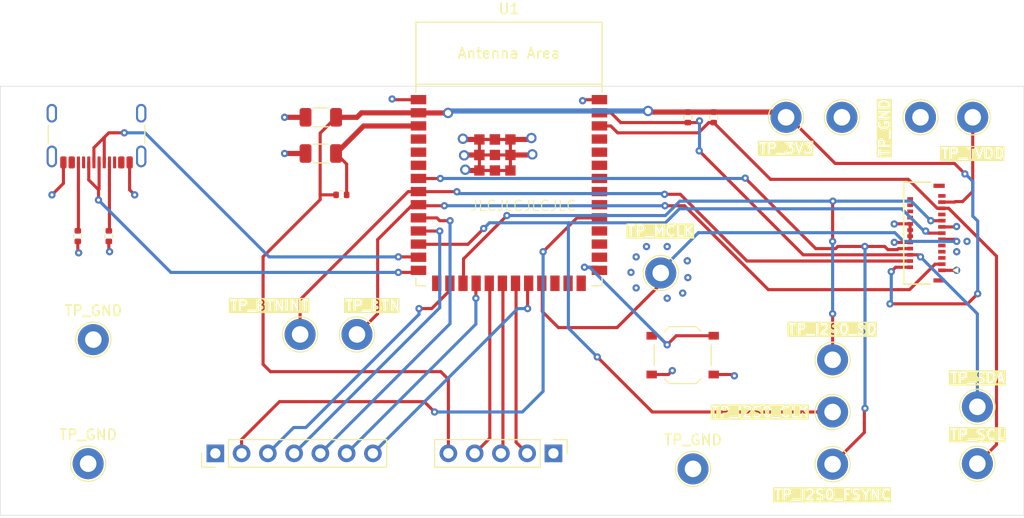
<source format=kicad_pcb>
(kicad_pcb (version 20240108) (generator "pcbnew") (generator_version "8.0")
  (layers (0 "F.Cu" signal) (1 "In1.Cu" signal) (2 "In2.Cu" signal) (31 "B.Cu" signal) (34 "B.Paste" user) (35 "F.Paste" user) (36 "B.SilkS" user "B.Silkscreen") (37 "F.SilkS" user "F.Silkscreen") (38 "B.Mask" user) (39 "F.Mask" user) (44 "Edge.Cuts" user))
  (net 0 "")
  (net 1 "GND")
  (net 2 "USB-")
  (net 3 "/EN")
  (net 4 "GPIO17")
  (net 5 "GPIO18")
  (net 6 "+3V3")
  (net 7 "GPIO10")
  (net 8 "GPIO14")
  (net 9 "GPIO38")
  (net 10 "USB+")
  (net 11 "I2S1_CLK")
  (net 12 "I2S1_SD")
  (net 13 "I2S0_SD")
  (net 14 "I2S1_FSYNC")
  (net 15 "I2C_SDL")
  (net 16 "I2C_SDA")
  (net 17 "I2S0_CLK")
  (net 18 "I2S0_FSYNC")
  (net 19 "~{BUTTON_INT}")
  (net 20 "~{SPECIAL_BUTTON}")
  (net 21 "MCLK")
  (net 22 "AK_TVDD")
  (net 44 "Net-(J3-CC1)")
  (net 45 "Net-(J3-CC2)")
  (net 47 "PIN9")
  (net 48 "PIN19")
  (net 49 "PIN22")
  (net 50 "PIN18")
  (net 51 "PIN20")
  (net 52 "PIN25")
  (net 53 "PIN24")
  (net 54 "PIN5")
  (net 56 "PIN7")
  (net 61 "/BOOT")
  (net 62 "GPIO46")
  (footprint "Resistor_SMD:R_0402_1005Metric" (layer "F.Cu") (at 110.622755 58.658749 -90)
    (property "Reference" "R2" (hide yes))
    (property "Value" "5k1")
  )
  (footprint "TestPoint:TestPoint_Loop_D2.60mm_Drill1.6mm_Beaded" (layer "F.Cu") (at 197.622755 80.668749)
    (property "Reference" "TP6" (hide yes))
    (property "Value" "TP_SCL")
  )
  (footprint "Connector_PinHeader_2.54mm:PinHeader_1x05_P2.54mm_Vertical" (layer "F.Cu") (at 156.622755 79.668749 -90)
    (property "Reference" "J1" (hide yes))
    (property "Value" "I2S1")
  )
  (footprint "TestPoint:TestPoint_Loop_D2.60mm_Drill1.6mm_Beaded" (layer "F.Cu") (at 184.522755 47.168749 90)
    (property "Reference" "TP19" (hide yes))
    (property "Value" "TP_GND")
  )
  (footprint "TestPoint:TestPoint_Loop_D2.60mm_Drill1.6mm_Beaded" (layer "F.Cu") (at 167.001668 62.222188)
    (property "Reference" "TP8" (hide yes))
    (property "Value" "TP_MCLK")
  )
  (footprint "TestPoint:TestPoint_Loop_D2.60mm_Drill1.6mm_Beaded" (layer "F.Cu") (at 137.622755 68.168749)
    (property "Reference" "TP3" (hide yes))
    (property "Value" "TP_BTN")
  )
  (footprint "TestPoint:TestPoint_Loop_D2.60mm_Drill1.6mm_Beaded" (layer "F.Cu") (at 197.172755 47.168749 90)
    (property "Reference" "TP21" (hide yes))
    (property "Value" "TP_TVDD")
  )
  (footprint "TestPoint:TestPoint_Loop_D2.60mm_Drill1.6mm_Beaded" (layer "F.Cu") (at 197.622755 75.168749)
    (property "Reference" "TP4" (hide yes))
    (property "Value" "TP_SDA")
  )
  (footprint "TestPoint:TestPoint_Loop_D2.60mm_Drill1.6mm_Beaded" (layer "F.Cu") (at 111.622755 80.668749)
    (property "Reference" "TP12" (hide yes))
    (property "Value" "TP_GND")
  )
  (footprint "Capacitor_SMD:C_1206_3216Metric" (layer "F.Cu") (at 134.122755 50.668749)
    (property "Reference" "C1" (hide yes))
    (property "Value" "10u 50V")
  )
  (footprint "TestPoint:TestPoint_Loop_D2.60mm_Drill1.6mm_Beaded" (layer "F.Cu") (at 183.622755 80.718749)
    (property "Reference" "TP18" (hide yes))
    (property "Value" "TP_I2S0_FSYNC")
  )
  (footprint "Button_Switch_SMD:SW_Push_1P1T_XKB_TS-1187A" (layer "F.Cu") (at 169.122755 70.168749)
    (property "Reference" "SW1" (hide yes))
    (property "Value" "PROG")
  )
  (footprint "TestPoint:TestPoint_Loop_D2.60mm_Drill1.6mm_Beaded" (layer "F.Cu") (at 170.122755 81.168749)
    (property "Reference" "TP15" (hide yes))
    (property "Value" "TP_GND")
  )
  (footprint "Resistor_SMD:R_0402_1005Metric" (layer "F.Cu") (at 136.112755 54.668749)
    (property "Reference" "R1" (hide yes))
    (property "Value" "10k")
  )
  (footprint "Connector_PinHeader_2.54mm:PinHeader_1x07_P2.54mm_Vertical" (layer "F.Cu") (at 123.922755 79.668749 90)
    (property "Reference" "J2" (hide yes))
    (property "Value" "Conn_01x07_Pin")
  )
  (footprint "TestPoint:TestPoint_Loop_D2.60mm_Drill1.6mm_Beaded" (layer "F.Cu") (at 112.122755 68.668749)
    (property "Reference" "TP16" (hide yes))
    (property "Value" "TP_GND")
  )
  (footprint "!esphome-dot:CONN_502598-2593_MOLEX" (layer "F.Cu") (at 192.527756 58.368751 90)
    (property "Reference" "J4" (hide yes))
    (property "Value" "Input")
  )
  (footprint "Resistor_SMD:R_0402_1005Metric" (layer "F.Cu") (at 172.122755 47.168749 -90)
    (property "Reference" "R5" (hide yes))
    (property "Value" "5k1")
  )
  (footprint "Resistor_SMD:R_0402_1005Metric" (layer "F.Cu") (at 113.622755 58.658749 -90)
    (property "Reference" "R3" (hide yes))
    (property "Value" "5k1")
  )
  (footprint "Resistor_SMD:R_0402_1005Metric" (layer "F.Cu") (at 169.622755 47.168749 -90)
    (property "Reference" "R4" (hide yes))
    (property "Value" "5k1")
  )
  (footprint "Connector_USB:USB_C_Receptacle_GCT_USB4105-xx-A_16P_TopMnt_Horizontal" (layer "F.Cu") (at 112.431578 47.848219 180)
    (property "Reference" "J3" (hide yes))
    (property "Value" "USBC")
  )
  (footprint "TestPoint:TestPoint_Loop_D2.60mm_Drill1.6mm_Beaded" (layer "F.Cu") (at 179.122755 47.168749)
    (property "Reference" "TP1" (hide yes))
    (property "Value" "TP_3V3")
  )
  (footprint "TestPoint:TestPoint_Loop_D2.60mm_Drill1.6mm_Beaded" (layer "F.Cu") (at 192.122755 47.168749 90)
    (property "Reference" "TP20" (hide yes))
    (property "Value" "TP_GND")
  )
  (footprint "TestPoint:TestPoint_Loop_D2.60mm_Drill1.6mm_Beaded" (layer "F.Cu") (at 183.622755 75.668749)
    (property "Reference" "TP13" (hide yes))
    (property "Value" "TP_I2S0_CLK")
  )
  (footprint "TestPoint:TestPoint_Loop_D2.60mm_Drill1.6mm_Beaded" (layer "F.Cu") (at 183.622755 70.618749)
    (property "Reference" "TP9" (hide yes))
    (property "Value" "TP_I2S0_SD")
  )
  (footprint "TestPoint:TestPoint_Loop_D2.60mm_Drill1.6mm_Beaded" (layer "F.Cu") (at 132.122755 68.168749)
    (property "Reference" "TP2" (hide yes))
    (property "Value" "TP_BTNINT")
  )
  (footprint "Capacitor_SMD:C_1206_3216Metric" (layer "F.Cu") (at 134.122755 47.168749)
    (property "Reference" "C2" (hide yes))
    (property "Value" "10u 50V")
  )
  (footprint "Espressif:ESP32-S3-WROOM-2" (layer "F.Cu") (at 152.321718 53.721568)
    (property "Reference" "U1")
    (property "Value" "ESP32-S3-WROOM-2")
  )
  (gr_rect (start 103.122755 44.168749) (end 202.122755 85.668749) (stroke (width 0.05)) (fill none) (layer "Edge.Cuts"))
  (gr_text "JLCJLCJLCJLC" (at 148.503278 56.309639 0) (layer "F.SilkS") (effects (font (size 1 1) (thickness 0.1)) (justify left bottom)))
  (segment (start 191.122755 57.46875) (end 189.600988 57.46875) (width 0.3) (layer "F.Cu") (net 1))
  (segment (start 149.461718 52.311568) (end 148.173211 52.311568) (width 0.5) (layer "F.Cu") (net 1))
  (segment (start 189.59561 59.268752) (end 189.591735 59.264877) (width 0.3) (layer "F.Cu") (net 1))
  (segment (start 152.461718 49.311568) (end 154.352476 49.311568) (width 0.5) (layer "F.Cu") (net 1))
  (segment (start 132.647755 47.168749) (end 130.622755 47.168749) (width 0.5) (layer "F.Cu") (net 1))
  (segment (start 172.122755 72.043749) (end 173.997755 72.043749) (width 0.3) (layer "F.Cu") (net 1))
  (segment (start 152.461718 50.811568) (end 154.524944 50.811568) (width 0.5) (layer "F.Cu") (net 1))
  (segment (start 194.187755 61.968749) (end 195.611186 61.968749) (width 0.3) (layer "F.Cu") (net 1))
  (segment (start 148.018355 50.811568) (end 147.98335 50.846573) (width 0.5) (layer "F.Cu") (net 1))
  (segment (start 148.173211 52.311568) (end 148.097902 52.236259) (width 0.5) (layer "F.Cu") (net 1))
  (segment (start 149.461718 50.811568) (end 148.018355 50.811568) (width 0.5) (layer "F.Cu") (net 1))
  (segment (start 110.622755 60.194373) (end 110.702592 60.27421) (width 0.3) (layer "F.Cu") (net 1))
  (segment (start 132.647755 50.668749) (end 130.622755 50.668749) (width 0.5) (layer "F.Cu") (net 1))
  (segment (start 115.631578 54.177572) (end 115.631578 51.528219) (width 0.3) (layer "F.Cu") (net 1))
  (segment (start 149.461718 49.311568) (end 152.461718 49.311568) (width 0.3) (layer "F.Cu") (net 1))
  (segment (start 116.122755 54.668749) (end 115.631578 54.177572) (width 0.3) (layer "F.Cu") (net 1))
  (segment (start 109.231578 53.559926) (end 109.231578 51.528219) (width 0.3) (layer "F.Cu") (net 1))
  (segment (start 167.747755 72.043749) (end 168.122755 71.668749) (width 0.3) (layer "F.Cu") (net 1))
  (segment (start 195.576151 57.768752) (end 195.613642 57.731261) (width 0.3) (layer "F.Cu") (net 1))
  (segment (start 113.622755 59.168749) (end 113.622755 60.091965) (width 0.3) (layer "F.Cu") (net 1))
  (segment (start 159.539567 45.468749) (end 159.444821 45.563495) (width 0.3) (layer "F.Cu") (net 1))
  (segment (start 110.622755 59.168749) (end 110.622755 60.194373) (width 0.3) (layer "F.Cu") (net 1))
  (segment (start 147.937529 49.311568) (end 147.868797 49.242836) (width 0.5) (layer "F.Cu") (net 1))
  (segment (start 152.461718 50.811568) (end 149.461718 50.811568) (width 0.3) (layer "F.Cu") (net 1))
  (segment (start 166.122755 72.043749) (end 167.747755 72.043749) (width 0.3) (layer "F.Cu") (net 1))
  (segment (start 108.122755 54.668749) (end 109.231578 53.559926) (width 0.3) (layer "F.Cu") (net 1))
  (segment (start 154.352476 49.311568) (end 154.489939 49.174105) (width 0.5) (layer "F.Cu") (net 1))
  (segment (start 152.461718 49.311568) (end 152.461718 52.311568) (width 0.3) (layer "F.Cu") (net 1))
  (segment (start 161.122755 45.468749) (end 159.539567 45.468749) (width 0.3) (layer "F.Cu") (net 1))
  (segment (start 149.461718 49.311568) (end 149.461718 52.311568) (width 0.3) (layer "F.Cu") (net 1))
  (segment (start 191.122755 59.268752) (end 189.59561 59.268752) (width 0.3) (layer "F.Cu") (net 1))
  (segment (start 154.524944 50.811568) (end 154.581581 50.754931) (width 0.5) (layer "F.Cu") (net 1))
  (segment (start 194.187755 57.768752) (end 195.576151 57.768752) (width 0.3) (layer "F.Cu") (net 1))
  (segment (start 113.622755 60.091965) (end 113.6942 60.16341) (width 0.3) (layer "F.Cu") (net 1))
  (segment (start 149.461718 52.311568) (end 152.461718 52.311568) (width 0.3) (layer "F.Cu") (net 1))
  (segment (start 191.122755 59.268752) (end 191.122755 57.46875) (width 0.3) (layer "F.Cu") (net 1))
  (segment (start 195.611186 61.968749) (end 195.613642 61.966293) (width 0.3) (layer "F.Cu") (net 1))
  (segment (start 173.997755 72.043749) (end 174.122755 72.168749) (width 0.3) (layer "F.Cu") (net 1))
  (segment (start 189.600988 57.46875) (end 189.5847 57.485038) (width 0.3) (layer "F.Cu") (net 1))
  (segment (start 141.091773 45.468749) (end 141.020318 45.397294) (width 0.3) (layer "F.Cu") (net 1))
  (segment (start 149.461718 49.311568) (end 147.937529 49.311568) (width 0.5) (layer "F.Cu") (net 1))
  (segment (start 143.622755 45.468749) (end 141.091773 45.468749) (width 0.3) (layer "F.Cu") (net 1))
  (via (at 110.702592 60.27421) (size 0.7) (drill 0.3) (layers "F.Cu" "B.Cu") (net 1))
  (via (at 164.122755 62.168749) (size 0.7) (drill 0.3) (layers "F.Cu" "B.Cu") (net 1))
  (via (at 159.444821 45.563495) (size 0.7) (drill 0.3) (layers "F.Cu" "B.Cu") (net 1))
  (via (at 169.569195 61.047832) (size 0.7) (drill 0.3) (layers "F.Cu" "B.Cu") (net 1))
  (via (at 154.489939 49.174105) (size 1) (drill 0.6) (layers "F.Cu" "B.Cu") (net 1))
  (via (at 108.122755 54.668749) (size 0.7) (drill 0.3) (layers "F.Cu" "B.Cu") (net 1))
  (via (at 168.122755 71.668749) (size 0.7) (drill 0.3) (layers "F.Cu" "B.Cu") (net 1))
  (via (at 130.622755 47.168749) (size 0.7) (drill 0.3) (layers "F.Cu" "B.Cu") (net 1))
  (via (at 189.591735 59.264877) (size 0.7) (drill 0.3) (layers "F.Cu" "B.Cu") (net 1))
  (via (at 164.622755 60.668749) (size 0.7) (drill 0.3) (layers "F.Cu" "B.Cu") (net 1))
  (via (at 130.622755 50.668749) (size 0.7) (drill 0.3) (layers "F.Cu" "B.Cu") (net 1))
  (via (at 164.622755 63.668749) (size 0.7) (drill 0.3) (layers "F.Cu" "B.Cu") (net 1))
  (via (at 174.122755 72.168749) (size 0.7) (drill 0.3) (layers "F.Cu" "B.Cu") (net 1))
  (via (at 167.622755 59.668749) (size 0.7) (drill 0.3) (layers "F.Cu" "B.Cu") (net 1))
  (via (at 116.122755 54.668749) (size 0.7) (drill 0.3) (layers "F.Cu" "B.Cu") (net 1))
  (via (at 154.581581 50.754931) (size 1) (drill 0.6) (layers "F.Cu" "B.Cu") (net 1))
  (via (at 195.613642 61.966293) (size 0.7) (drill 0.3) (layers "F.Cu" "B.Cu") (net 1))
  (via (at 165.622755 59.668749) (size 0.7) (drill 0.3) (layers "F.Cu" "B.Cu") (net 1))
  (via (at 141.020318 45.397294) (size 0.7) (drill 0.3) (layers "F.Cu" "B.Cu") (net 1))
  (via (at 113.6942 60.16341) (size 0.7) (drill 0.3) (layers "F.Cu" "B.Cu") (net 1))
  (via (at 195.622755 60.168749) (size 0.7) (drill 0.3) (layers "F.Cu" "B.Cu") (net 1))
  (via (at 169.622755 62.668749) (size 0.7) (drill 0.3) (layers "F.Cu" "B.Cu") (net 1))
  (via (at 147.98335 50.846573) (size 1) (drill 0.6) (layers "F.Cu" "B.Cu") (net 1))
  (via (at 195.613642 57.731261) (size 0.7) (drill 0.3) (layers "F.Cu" "B.Cu") (net 1))
  (via (at 189.5847 57.485038) (size 0.7) (drill 0.3) (layers "F.Cu" "B.Cu") (net 1))
  (via (at 147.868797 49.242836) (size 1) (drill 0.6) (layers "F.Cu" "B.Cu") (net 1))
  (via (at 196.622755 59.168749) (size 0.7) (drill 0.3) (layers "F.Cu" "B.Cu") (net 1))
  (via (at 148.097902 52.236259) (size 1) (drill 0.6) (layers "F.Cu" "B.Cu") (net 1))
  (via (at 169.122755 64.168749) (size 0.7) (drill 0.3) (layers "F.Cu" "B.Cu") (net 1))
  (via (at 167.622755 64.668749) (size 0.7) (drill 0.3) (layers "F.Cu" "B.Cu") (net 1))
  (segment (start 113.181578 51.528219) (end 113.181578 49.227572) (width 0.3) (layer "F.Cu") (net 2))
  (segment (start 141.622755 60.668749) (end 143.582755 60.668749) (width 0.3) (layer "F.Cu") (net 2))
  (segment (start 113.181578 49.227572) (end 113.122755 49.168749) (width 0.3) (layer "F.Cu") (net 2))
  (segment (start 113.622755 48.668749) (end 114.122755 48.668749) (width 0.3) (layer "F.Cu") (net 2))
  (segment (start 112.181578 50.109926) (end 113.122755 49.168749) (width 0.3) (layer "F.Cu") (net 2))
  (segment (start 112.181578 51.528219) (end 112.181578 50.109926) (width 0.3) (layer "F.Cu") (net 2))
  (segment (start 143.582755 60.668749) (end 143.622755 60.708749) (width 0.3) (layer "F.Cu") (net 2))
  (segment (start 113.122755 49.168749) (end 113.622755 48.668749) (width 0.3) (layer "F.Cu") (net 2))
  (segment (start 114.122755 48.668749) (end 115.122755 48.668749) (width 0.3) (layer "F.Cu") (net 2))
  (via (at 141.622755 60.668749) (size 0.7) (drill 0.3) (layers "F.Cu" "B.Cu") (net 2))
  (via (at 115.122755 48.668749) (size 0.7) (drill 0.3) (layers "F.Cu" "B.Cu") (net 2))
  (segment (start 129.122755 60.668749) (end 141.622755 60.668749) (width 0.3) (layer "B.Cu") (net 2))
  (segment (start 115.122755 48.668749) (end 117.122755 48.668749) (width 0.3) (layer "B.Cu") (net 2))
  (segment (start 117.122755 48.668749) (end 129.122755 60.668749) (width 0.3) (layer "B.Cu") (net 2))
  (segment (start 138.257755 48.008749) (end 143.622755 48.008749) (width 0.5) (layer "F.Cu") (net 3))
  (segment (start 136.622755 54.668749) (end 136.622755 51.693749) (width 0.3) (layer "F.Cu") (net 3))
  (segment (start 135.597755 50.668749) (end 138.257755 48.008749) (width 0.5) (layer "F.Cu") (net 3))
  (segment (start 136.622755 51.693749) (end 135.597755 50.668749) (width 0.3) (layer "F.Cu") (net 3))
  (segment (start 146.622755 57.168749) (end 145.622755 57.168749) (width 0.3) (layer "F.Cu") (net 4))
  (segment (start 145.352755 56.898749) (end 143.622755 56.898749) (width 0.3) (layer "F.Cu") (net 4))
  (segment (start 145.622755 57.168749) (end 145.352755 56.898749) (width 0.3) (layer "F.Cu") (net 4))
  (via (at 146.622755 57.168749) (size 0.7) (drill 0.3) (layers "F.Cu" "B.Cu") (net 4))
  (segment (start 134.082755 79.668749) (end 146.622755 67.128749) (width 0.3) (layer "B.Cu") (net 4))
  (segment (start 146.622755 67.128749) (end 146.622755 57.168749) (width 0.3) (layer "B.Cu") (net 4))
  (segment (start 145.622755 58.168749) (end 143.622755 58.168749) (width 0.3) (layer "F.Cu") (net 5))
  (via (at 145.622755 58.168749) (size 0.7) (drill 0.3) (layers "F.Cu" "B.Cu") (net 5))
  (segment (start 145.622755 65.588749) (end 145.622755 58.168749) (width 0.3) (layer "B.Cu") (net 5))
  (segment (start 131.542755 79.668749) (end 145.622755 65.588749) (width 0.3) (layer "B.Cu") (net 5))
  (segment (start 179.122755 47.423749) (end 178.612755 46.913749) (width 0.5) (layer "F.Cu") (net 6))
  (segment (start 137.622755 47.168749) (end 135.597755 47.168749) (width 0.5) (layer "F.Cu") (net 6))
  (segment (start 189.721357 61.668749) (end 189.297583 62.092523) (width 0.3) (layer "F.Cu") (net 6))
  (segment (start 196.420458 52.642843) (end 195.407426 51.629811) (width 0.3) (layer "F.Cu") (net 6))
  (segment (start 145.721764 71.767758) (end 129.253722 71.767758) (width 0.3) (layer "F.Cu") (net 6))
  (segment (start 195.407426 51.629811) (end 183.868369 51.629811) (width 0.3) (layer "F.Cu") (net 6))
  (segment (start 178.612755 46.658749) (end 172.122755 46.658749) (width 0.5) (layer "F.Cu") (net 6))
  (segment (start 169.622755 46.658749) (end 165.876247 46.658749) (width 0.5) (layer "F.Cu") (net 6))
  (segment (start 196.673716 65.21076) (end 197.65509 64.229386) (width 0.3) (layer "F.Cu") (net 6))
  (segment (start 143.622755 46.738749) (end 138.052755 46.738749) (width 0.5) (layer "F.Cu") (net 6))
  (segment (start 135.602755 54.668749) (end 134.061663 54.668749) (width 0.3) (layer "F.Cu") (net 6))
  (segment (start 129.253722 71.767758) (end 128.541434 71.05547) (width 0.3) (layer "F.Cu") (net 6))
  (segment (start 172.122755 46.658749) (end 169.622755 46.658749) (width 0.5) (layer "F.Cu") (net 6))
  (segment (start 138.052755 46.738749) (end 137.622755 47.168749) (width 0.5) (layer "F.Cu") (net 6))
  (segment (start 189.170954 65.21076) (end 196.673716 65.21076) (width 0.3) (layer "F.Cu") (net 6))
  (segment (start 146.462755 79.668749) (end 146.462755 72.508749) (width 0.3) (layer "F.Cu") (net 6))
  (segment (start 183.868369 51.629811) (end 179.407307 47.168749) (width 0.3) (layer "F.Cu") (net 6))
  (segment (start 128.541434 71.05547) (end 128.541434 60.656073) (width 0.3) (layer "F.Cu") (net 6))
  (segment (start 143.630056 46.74605) (end 143.622755 46.738749) (width 0.5) (layer "F.Cu") (net 6))
  (segment (start 146.431042 46.74605) (end 143.630056 46.74605) (width 0.5) (layer "F.Cu") (net 6))
  (segment (start 191.122755 61.668749) (end 189.721357 61.668749) (width 0.3) (layer "F.Cu") (net 6))
  (segment (start 134.061663 55.135844) (end 134.061663 54.668749) (width 0.3) (layer "F.Cu") (net 6))
  (segment (start 179.407307 47.168749) (end 179.122755 47.168749) (width 0.3) (layer "F.Cu") (net 6))
  (segment (start 146.462755 72.508749) (end 145.721764 71.767758) (width 0.3) (layer "F.Cu") (net 6))
  (segment (start 128.541434 60.656073) (end 134.061663 55.135844) (width 0.3) (layer "F.Cu") (net 6))
  (segment (start 134.061663 48.704841) (end 135.597755 47.168749) (width 0.3) (layer "F.Cu") (net 6))
  (segment (start 165.876247 46.658749) (end 165.773605 46.556107) (width 0.5) (layer "F.Cu") (net 6))
  (segment (start 134.061663 54.668749) (end 134.061663 48.704841) (width 0.3) (layer "F.Cu") (net 6))
  (via (at 197.65509 64.229386) (size 0.7) (drill 0.3) (layers "F.Cu" "B.Cu") (net 6))
  (via (at 146.431042 46.74605) (size 1) (drill 0.6) (layers "F.Cu" "B.Cu") (net 6))
  (via (at 196.420458 52.642843) (size 0.7) (drill 0.3) (layers "F.Cu" "B.Cu") (net 6))
  (via (at 189.297583 62.092523) (size 0.7) (drill 0.3) (layers "F.Cu" "B.Cu") (net 6))
  (via (at 165.773605 46.556107) (size 1) (drill 0.6) (layers "F.Cu" "B.Cu") (net 6))
  (via (at 189.170954 65.21076) (size 0.7) (drill 0.3) (layers "F.Cu" "B.Cu") (net 6))
  (segment (start 189.297583 62.092523) (end 189.297583 65.084131) (width 0.3) (layer "B.Cu") (net 6))
  (segment (start 197.180231 56.726225) (end 197.180231 53.35513) (width 0.3) (layer "B.Cu") (net 6))
  (segment (start 189.297583 65.084131) (end 189.170954 65.21076) (width 0.3) (layer "B.Cu") (net 6))
  (segment (start 197.65509 57.201084) (end 197.180231 56.726225) (width 0.3) (layer "B.Cu") (net 6))
  (segment (start 196.467944 52.642843) (end 196.420458 52.642843) (width 0.3) (layer "B.Cu") (net 6))
  (segment (start 165.773605 46.556107) (end 146.620985 46.556107) (width 0.5) (layer "B.Cu") (net 6))
  (segment (start 146.620985 46.556107) (end 146.431042 46.74605) (width 0.5) (layer "B.Cu") (net 6))
  (segment (start 197.180231 53.35513) (end 196.467944 52.642843) (width 0.3) (layer "B.Cu") (net 6))
  (segment (start 197.65509 64.229386) (end 197.65509 57.201084) (width 0.3) (layer "B.Cu") (net 6))
  (segment (start 149.122755 63.303749) (end 149.197755 63.228749) (width 0.3) (layer "F.Cu") (net 7))
  (segment (start 149.122755 64.668749) (end 149.122755 63.303749) (width 0.3) (layer "F.Cu") (net 7))
  (via (at 149.122755 64.668749) (size 0.7) (drill 0.3) (layers "F.Cu" "B.Cu") (net 7))
  (segment (start 149.122755 67.168749) (end 149.122755 64.668749) (width 0.3) (layer "B.Cu") (net 7))
  (segment (start 136.622755 79.668749) (end 149.122755 67.168749) (width 0.3) (layer "B.Cu") (net 7))
  (segment (start 154.122755 63.383749) (end 154.277755 63.228749) (width 0.3) (layer "F.Cu") (net 8))
  (segment (start 154.122755 65.668749) (end 154.122755 63.383749) (width 0.3) (layer "F.Cu") (net 8))
  (via (at 154.122755 65.668749) (size 0.7) (drill 0.3) (layers "F.Cu" "B.Cu") (net 8))
  (segment (start 139.162755 79.668749) (end 153.162755 65.668749) (width 0.3) (layer "B.Cu") (net 8))
  (segment (start 153.162755 65.668749) (end 154.122755 65.668749) (width 0.3) (layer "B.Cu") (net 8))
  (segment (start 155.622755 60.168749) (end 158.892755 56.898749) (width 0.3) (layer "F.Cu") (net 9))
  (segment (start 126.462755 78.328749) (end 130.122755 74.668749) (width 0.3) (layer "F.Cu") (net 9))
  (segment (start 158.892755 56.898749) (end 161.122755 56.898749) (width 0.3) (layer "F.Cu") (net 9))
  (segment (start 126.462755 79.668749) (end 126.462755 78.328749) (width 0.3) (layer "F.Cu") (net 9))
  (segment (start 144.122755 74.668749) (end 145.122755 75.668749) (width 0.3) (layer "F.Cu") (net 9))
  (segment (start 130.122755 74.668749) (end 144.122755 74.668749) (width 0.3) (layer "F.Cu") (net 9))
  (via (at 155.622755 60.168749) (size 0.7) (drill 0.3) (layers "F.Cu" "B.Cu") (net 9))
  (via (at 145.122755 75.668749) (size 0.7) (drill 0.3) (layers "F.Cu" "B.Cu") (net 9))
  (segment (start 155.622755 73.668749) (end 155.622755 60.168749) (width 0.3) (layer "B.Cu") (net 9))
  (segment (start 154.122755 75.168749) (end 155.622755 73.668749) (width 0.3) (layer "B.Cu") (net 9))
  (segment (start 145.122755 75.668749) (end 153.622755 75.668749) (width 0.3) (layer "B.Cu") (net 9))
  (segment (start 153.622755 75.668749) (end 154.122755 75.168749) (width 0.3) (layer "B.Cu") (net 9))
  (segment (start 141.622755 62.168749) (end 143.432755 62.168749) (width 0.3) (layer "F.Cu") (net 10))
  (segment (start 112.622755 54.168749) (end 112.681578 54.109926) (width 0.3) (layer "F.Cu") (net 10))
  (segment (start 112.681578 54.109926) (end 112.681578 51.528219) (width 0.3) (layer "F.Cu") (net 10))
  (segment (start 112.622755 54.168749) (end 112.622755 55.168749) (width 0.3) (layer "F.Cu") (net 10))
  (segment (start 111.681578 51.528219) (end 111.681578 53.227572) (width 0.3) (layer "F.Cu") (net 10))
  (segment (start 111.681578 53.227572) (end 112.622755 54.168749) (width 0.3) (layer "F.Cu") (net 10))
  (segment (start 143.432755 62.168749) (end 143.622755 61.978749) (width 0.3) (layer "F.Cu") (net 10))
  (via (at 141.622755 62.168749) (size 0.7) (drill 0.3) (layers "F.Cu" "B.Cu") (net 10))
  (via (at 112.622755 55.168749) (size 0.7) (drill 0.3) (layers "F.Cu" "B.Cu") (net 10))
  (segment (start 119.622755 62.168749) (end 141.622755 62.168749) (width 0.3) (layer "B.Cu") (net 10))
  (segment (start 112.622755 55.168749) (end 119.622755 62.168749) (width 0.3) (layer "B.Cu") (net 10))
  (segment (start 151.737755 63.228749) (end 151.737755 79.473749) (width 0.3) (layer "F.Cu") (net 11))
  (segment (start 151.737755 79.473749) (end 151.542755 79.668749) (width 0.3) (layer "F.Cu") (net 11))
  (segment (start 150.467755 63.228749) (end 150.467755 78.203749) (width 0.3) (layer "F.Cu") (net 12))
  (segment (start 150.467755 78.203749) (end 149.002755 79.668749) (width 0.3) (layer "F.Cu") (net 12))
  (segment (start 183.622755 59.168749) (end 183.622755 55.302324) (width 0.3) (layer "F.Cu") (net 13))
  (segment (start 152.122755 56.668749) (end 147.927755 60.863749) (width 0.3) (layer "F.Cu") (net 13))
  (segment (start 183.622755 55.302324) (end 183.64677 55.278309) (width 0.3) (layer "F.Cu") (net 13))
  (segment (start 193.122757 57.168751) (end 194.187755 57.168751) (width 0.3) (layer "F.Cu") (net 13))
  (segment (start 147.927755 60.863749) (end 147.927755 63.228749) (width 0.3) (layer "F.Cu") (net 13))
  (segment (start 183.622755 70.618749) (end 183.622755 66.168749) (width 0.3) (layer "F.Cu") (net 13))
  (via (at 183.64677 55.278309) (size 0.7) (drill 0.3) (layers "F.Cu" "B.Cu") (net 13))
  (via (at 183.622755 59.168749) (size 0.7) (drill 0.3) (layers "F.Cu" "B.Cu") (net 13))
  (via (at 152.122755 56.668749) (size 0.7) (drill 0.3) (layers "F.Cu" "B.Cu") (net 13))
  (via (at 183.622755 66.168749) (size 0.7) (drill 0.3) (layers "F.Cu" "B.Cu") (net 13))
  (via (at 193.122757 57.168751) (size 0.7) (drill 0.3) (layers "F.Cu" "B.Cu") (net 13))
  (segment (start 168.841744 55.278309) (end 191.232315 55.278309) (width 0.3) (layer "B.Cu") (net 13))
  (segment (start 152.122755 56.668749) (end 167.451304 56.668749) (width 0.3) (layer "B.Cu") (net 13))
  (segment (start 167.451304 56.668749) (end 168.841744 55.278309) (width 0.3) (layer "B.Cu") (net 13))
  (segment (start 183.622755 66.168749) (end 183.622755 59.168749) (width 0.3) (layer "B.Cu") (net 13))
  (segment (start 191.232315 55.278309) (end 193.122757 57.168751) (width 0.3) (layer "B.Cu") (net 13))
  (segment (start 153.007755 78.593749) (end 154.082755 79.668749) (width 0.3) (layer "F.Cu") (net 14))
  (segment (start 153.007755 63.228749) (end 153.007755 78.593749) (width 0.3) (layer "F.Cu") (net 14))
  (segment (start 199.472755 78.818749) (end 197.622755 80.668749) (width 0.3) (layer "F.Cu") (net 15))
  (segment (start 162.832755 48.668749) (end 162.172755 48.008749) (width 0.3) (layer "F.Cu") (net 15))
  (segment (start 190.943364 53.168749) (end 193.743366 55.968751) (width 0.3) (layer "F.Cu") (net 15))
  (segment (start 162.172755 48.008749) (end 161.122755 48.008749) (width 0.3) (layer "F.Cu") (net 15))
  (segment (start 193.743366 55.968751) (end 194.187755 55.968751) (width 0.3) (layer "F.Cu") (net 15))
  (segment (start 170.657202 48.668749) (end 162.832755 48.668749) (width 0.3) (layer "F.Cu") (net 15))
  (segment (start 194.187755 55.968751) (end 194.843355 55.968751) (width 0.3) (layer "F.Cu") (net 15))
  (segment (start 172.122755 47.678749) (end 177.612755 53.168749) (width 0.3) (layer "F.Cu") (net 15))
  (segment (start 194.843355 55.968751) (end 199.472755 60.598151) (width 0.3) (layer "F.Cu") (net 15))
  (segment (start 177.612755 53.168749) (end 190.943364 53.168749) (width 0.3) (layer "F.Cu") (net 15))
  (segment (start 171.647202 47.678749) (end 170.657202 48.668749) (width 0.3) (layer "F.Cu") (net 15))
  (segment (start 172.122755 47.678749) (end 171.647202 47.678749) (width 0.3) (layer "F.Cu") (net 15))
  (segment (start 199.472755 60.598151) (end 199.472755 78.818749) (width 0.3) (layer "F.Cu") (net 15))
  (segment (start 170.586685 47.678749) (end 170.75038 47.515054) (width 0.3) (layer "F.Cu") (net 16))
  (segment (start 191.922755 60.468749) (end 191.122755 60.468749) (width 0.3) (layer "F.Cu") (net 16))
  (segment (start 169.622755 47.678749) (end 163.132755 47.678749) (width 0.3) (layer "F.Cu") (net 16))
  (segment (start 169.622755 47.678749) (end 170.586685 47.678749) (width 0.3) (layer "F.Cu") (net 16))
  (segment (start 163.132755 47.678749) (end 162.192755 46.738749) (width 0.3) (layer "F.Cu") (net 16))
  (segment (start 192.122755 60.668749) (end 191.922755 60.468749) (width 0.3) (layer "F.Cu") (net 16))
  (segment (start 170.718723 50.411689) (end 180.775783 60.468749) (width 0.3) (layer "F.Cu") (net 16))
  (segment (start 162.192755 46.738749) (end 161.122755 46.738749) (width 0.3) (layer "F.Cu") (net 16))
  (segment (start 180.775783 60.468749) (end 191.122755 60.468749) (width 0.3) (layer "F.Cu") (net 16))
  (via (at 170.75038 47.515054) (size 0.7) (drill 0.3) (layers "F.Cu" "B.Cu") (net 16))
  (via (at 170.718723 50.411689) (size 0.7) (drill 0.3) (layers "F.Cu" "B.Cu") (net 16))
  (via (at 192.122755 60.668749) (size 0.7) (drill 0.3) (layers "F.Cu" "B.Cu") (net 16))
  (segment (start 170.75038 47.515054) (end 170.75038 50.380032) (width 0.3) (layer "B.Cu") (net 16))
  (segment (start 197.622755 75.168749) (end 197.622755 66.168749) (width 0.3) (layer "B.Cu") (net 16))
  (segment (start 170.75038 50.380032) (end 170.718723 50.411689) (width 0.3) (layer "B.Cu") (net 16))
  (segment (start 197.622755 66.168749) (end 192.122755 60.668749) (width 0.3) (layer "B.Cu") (net 16))
  (segment (start 166.187045 75.668749) (end 183.622755 75.668749) (width 0.3) (layer "F.Cu") (net 17))
  (segment (start 160.864448 70.346152) (end 166.187045 75.668749) (width 0.3) (layer "F.Cu") (net 17))
  (segment (start 143.635791 59.451785) (end 143.622755 59.438749) (width 0.3) (layer "F.Cu") (net 17))
  (segment (start 194.187755 58.368751) (end 192.822757 58.368751) (width 0.3) (layer "F.Cu") (net 17))
  (segment (start 149.87778 57.923774) (end 148.349769 59.451785) (width 0.3) (layer "F.Cu") (net 17))
  (segment (start 192.822757 58.368751) (end 192.622755 58.168749) (width 0.3) (layer "F.Cu") (net 17))
  (segment (start 148.349769 59.451785) (end 143.635791 59.451785) (width 0.3) (layer "F.Cu") (net 17))
  (via (at 192.622755 58.168749) (size 0.7) (drill 0.3) (layers "F.Cu" "B.Cu") (net 17))
  (via (at 160.864448 70.346152) (size 0.7) (drill 0.3) (layers "F.Cu" "B.Cu") (net 17))
  (via (at 149.87778 57.923774) (size 0.7) (drill 0.3) (layers "F.Cu" "B.Cu") (net 17))
  (segment (start 192.46107 58.168749) (end 190.309299 56.016978) (width 0.3) (layer "B.Cu") (net 17))
  (segment (start 149.87778 57.923774) (end 150.432805 57.368749) (width 0.3) (layer "B.Cu") (net 17))
  (segment (start 150.432805 57.368749) (end 158.067732 57.368749) (width 0.3) (layer "B.Cu") (net 17))
  (segment (start 160.864448 70.346152) (end 158.067732 67.549436) (width 0.3) (layer "B.Cu") (net 17))
  (segment (start 158.067732 67.549436) (end 158.067732 57.368749) (width 0.3) (layer "B.Cu") (net 17))
  (segment (start 167.45841 57.368749) (end 158.067732 57.368749) (width 0.3) (layer "B.Cu") (net 17))
  (segment (start 192.622755 58.168749) (end 192.46107 58.168749) (width 0.3) (layer "B.Cu") (net 17))
  (segment (start 168.810181 56.016978) (end 167.45841 57.368749) (width 0.3) (layer "B.Cu") (net 17))
  (segment (start 190.309299 56.016978) (end 168.810181 56.016978) (width 0.3) (layer "B.Cu") (net 17))
  (segment (start 186.693936 77.647568) (end 186.693936 76.74921) (width 0.3) (layer "F.Cu") (net 18))
  (segment (start 183.622755 80.718749) (end 186.693936 77.647568) (width 0.3) (layer "F.Cu") (net 18))
  (segment (start 181.99042 59.868749) (end 183.912705 59.868749) (width 0.3) (layer "F.Cu") (net 18))
  (segment (start 143.622755 53.088749) (end 145.681123 53.088749) (width 0.3) (layer "F.Cu") (net 18))
  (segment (start 145.681123 53.088749) (end 145.683613 53.086259) (width 0.3) (layer "F.Cu") (net 18))
  (segment (start 189.977811 59.868751) (end 191.122755 59.868751) (width 0.3) (layer "F.Cu") (net 18))
  (segment (start 186.693936 75.376023) (end 186.75503 75.314929) (width 0.3) (layer "F.Cu") (net 18))
  (segment (start 184.122051 59.659403) (end 186.739756 59.659403) (width 0.3) (layer "F.Cu") (net 18))
  (segment (start 186.739756 59.659403) (end 188.66424 59.659403) (width 0.3) (layer "F.Cu") (net 18))
  (segment (start 188.66424 59.659403) (end 188.969714 59.964877) (width 0.3) (layer "F.Cu") (net 18))
  (segment (start 188.969714 59.964877) (end 189.881685 59.964877) (width 0.3) (layer "F.Cu") (net 18))
  (segment (start 186.693936 76.74921) (end 186.693936 75.376023) (width 0.3) (layer "F.Cu") (net 18))
  (segment (start 183.912705 59.868749) (end 184.122051 59.659403) (width 0.3) (layer "F.Cu") (net 18))
  (segment (start 175.172315 53.050644) (end 181.99042 59.868749) (width 0.3) (layer "F.Cu") (net 18))
  (segment (start 189.881685 59.964877) (end 189.977811 59.868751) (width 0.3) (layer "F.Cu") (net 18))
  (via (at 186.739756 59.659403) (size 0.7) (drill 0.3) (layers "F.Cu" "B.Cu") (net 18))
  (via (at 186.75503 75.314929) (size 0.7) (drill 0.3) (layers "F.Cu" "B.Cu") (net 18))
  (via (at 145.683613 53.086259) (size 0.7) (drill 0.3) (layers "F.Cu" "B.Cu") (net 18))
  (via (at 175.172315 53.050644) (size 0.7) (drill 0.3) (layers "F.Cu" "B.Cu") (net 18))
  (segment (start 175.1367 53.086259) (end 145.683613 53.086259) (width 0.3) (layer "B.Cu") (net 18))
  (segment (start 175.172315 53.050644) (end 175.1367 53.086259) (width 0.3) (layer "B.Cu") (net 18))
  (segment (start 186.75503 75.314929) (end 186.75503 59.674677) (width 0.3) (layer "B.Cu") (net 18))
  (segment (start 186.75503 59.674677) (end 186.739756 59.659403) (width 0.3) (layer "B.Cu") (net 18))
  (segment (start 132.122755 64.808749) (end 132.122755 68.168749) (width 0.3) (layer "F.Cu") (net 19))
  (segment (start 142.572755 54.358749) (end 132.122755 64.808749) (width 0.3) (layer "F.Cu") (net 19))
  (segment (start 168.895085 54.617677) (end 175.346159 61.068751) (width 0.3) (layer "F.Cu") (net 19))
  (segment (start 175.346159 61.068751) (end 191.122755 61.068751) (width 0.3) (layer "F.Cu") (net 19))
  (segment (start 143.622755 54.358749) (end 142.572755 54.358749) (width 0.3) (layer "F.Cu") (net 19))
  (segment (start 143.622755 54.358749) (end 147.276632 54.358749) (width 0.3) (layer "F.Cu") (net 19))
  (segment (start 147.276632 54.358749) (end 147.286259 54.368376) (width 0.3) (layer "F.Cu") (net 19))
  (segment (start 167.372767 54.617677) (end 168.895085 54.617677) (width 0.3) (layer "F.Cu") (net 19))
  (via (at 147.286259 54.368376) (size 0.7) (drill 0.3) (layers "F.Cu" "B.Cu") (net 19))
  (via (at 167.372767 54.617677) (size 0.7) (drill 0.3) (layers "F.Cu" "B.Cu") (net 19))
  (segment (start 147.286259 54.368376) (end 147.464331 54.546448) (width 0.3) (layer "B.Cu") (net 19))
  (segment (start 167.301538 54.546448) (end 167.372767 54.617677) (width 0.3) (layer "B.Cu") (net 19))
  (segment (start 147.464331 54.546448) (end 167.301538 54.546448) (width 0.3) (layer "B.Cu") (net 19))
  (segment (start 169.292024 55.721722) (end 167.408381 55.721722) (width 0.3) (layer "F.Cu") (net 20))
  (segment (start 194.187755 61.36875) (end 193.532155 61.36875) (width 0.3) (layer "F.Cu") (net 20))
  (segment (start 137.622755 68.168749) (end 139.622755 66.168749) (width 0.3) (layer "F.Cu") (net 20))
  (segment (start 142.992755 55.628749) (end 143.622755 55.628749) (width 0.3) (layer "F.Cu") (net 20))
  (segment (start 139.622755 58.998749) (end 142.992755 55.628749) (width 0.3) (layer "F.Cu") (net 20))
  (segment (start 139.622755 66.168749) (end 139.622755 58.998749) (width 0.3) (layer "F.Cu") (net 20))
  (segment (start 177.406827 63.836525) (end 169.292024 55.721722) (width 0.3) (layer "F.Cu") (net 20))
  (segment (start 193.532155 61.36875) (end 191.06438 63.836525) (width 0.3) (layer "F.Cu") (net 20))
  (segment (start 143.715728 55.721722) (end 143.622755 55.628749) (width 0.3) (layer "F.Cu") (net 20))
  (segment (start 189.987896 63.836525) (end 177.406827 63.836525) (width 0.3) (layer "F.Cu") (net 20))
  (segment (start 146.075371 55.721722) (end 143.715728 55.721722) (width 0.3) (layer "F.Cu") (net 20))
  (segment (start 191.06438 63.836525) (end 189.987896 63.836525) (width 0.3) (layer "F.Cu") (net 20))
  (via (at 167.408381 55.721722) (size 0.7) (drill 0.3) (layers "F.Cu" "B.Cu") (net 20))
  (via (at 146.075371 55.721722) (size 0.7) (drill 0.3) (layers "F.Cu" "B.Cu") (net 20))
  (segment (start 167.408381 55.721722) (end 146.075371 55.721722) (width 0.3) (layer "B.Cu") (net 20))
  (segment (start 155.547755 63.228749) (end 155.547755 65.949497) (width 0.3) (layer "F.Cu") (net 21))
  (segment (start 167.001668 63.279786) (end 167.001668 62.222188) (width 0.3) (layer "F.Cu") (net 21))
  (segment (start 162.775548 67.505906) (end 167.001668 63.279786) (width 0.3) (layer "F.Cu") (net 21))
  (segment (start 155.547755 65.949497) (end 157.104164 67.505906) (width 0.3) (layer "F.Cu") (net 21))
  (segment (start 195.422756 58.96875) (end 194.187755 58.96875) (width 0.3) (layer "F.Cu") (net 21))
  (segment (start 195.622755 59.168749) (end 195.422756 58.96875) (width 0.3) (layer "F.Cu") (net 21))
  (segment (start 157.104164 67.505906) (end 162.775548 67.505906) (width 0.3) (layer "F.Cu") (net 21))
  (via (at 195.622755 59.168749) (size 0.7) (drill 0.3) (layers "F.Cu" "B.Cu") (net 21))
  (segment (start 190.485557 59.168749) (end 189.645158 58.32835) (width 0.3) (layer "B.Cu") (net 21))
  (segment (start 170.634335 58.32835) (end 166.793936 62.168749) (width 0.3) (layer "B.Cu") (net 21))
  (segment (start 195.622755 59.168749) (end 190.485557 59.168749) (width 0.3) (layer "B.Cu") (net 21))
  (segment (start 189.645158 58.32835) (end 170.634335 58.32835) (width 0.3) (layer "B.Cu") (net 21))
  (segment (start 196.189296 55.31985) (end 195.474819 55.31985) (width 0.3) (layer "F.Cu") (net 22))
  (segment (start 197.172755 47.168749) (end 197.172755 54.336391) (width 0.3) (layer "F.Cu") (net 22))
  (segment (start 197.172755 54.336391) (end 196.189296 55.31985) (width 0.3) (layer "F.Cu") (net 22))
  (segment (start 195.474819 55.31985) (end 195.425917 55.368752) (width 0.3) (layer "F.Cu") (net 22))
  (segment (start 195.425917 55.368752) (end 194.187755 55.368752) (width 0.3) (layer "F.Cu") (net 22))
  (segment (start 113.681578 58.089926) (end 113.622755 58.148749) (width 0.3) (layer "F.Cu") (net 44))
  (segment (start 113.681578 51.528219) (end 113.681578 58.089926) (width 0.3) (layer "F.Cu") (net 44))
  (segment (start 110.681578 58.089926) (end 110.681578 51.528219) (width 0.3) (layer "F.Cu") (net 45))
  (segment (start 110.622755 58.148749) (end 110.681578 58.089926) (width 0.3) (layer "F.Cu") (net 45))
  (segment (start 172.122755 68.293749) (end 168.497755 68.293749) (width 0.3) (layer "F.Cu") (net 61))
  (segment (start 166.747755 68.293749) (end 167.622755 69.168749) (width 0.3) (layer "F.Cu") (net 61))
  (segment (start 166.122755 68.293749) (end 166.747755 68.293749) (width 0.3) (layer "F.Cu") (net 61))
  (segment (start 159.622755 61.668749) (end 160.812755 61.668749) (width 0.3) (layer "F.Cu") (net 61))
  (segment (start 160.812755 61.668749) (end 161.122755 61.978749) (width 0.3) (layer "F.Cu") (net 61))
  (segment (start 168.497755 68.293749) (end 167.622755 69.168749) (width 0.3) (layer "F.Cu") (net 61))
  (via (at 167.622755 69.168749) (size 0.7) (drill 0.3) (layers "F.Cu" "B.Cu") (net 61))
  (via (at 159.622755 61.668749) (size 0.7) (drill 0.3) (layers "F.Cu" "B.Cu") (net 61))
  (segment (start 160.122755 61.668749) (end 159.622755 61.668749) (width 0.3) (layer "B.Cu") (net 61))
  (segment (start 167.622755 69.168749) (end 160.122755 61.668749) (width 0.3) (layer "B.Cu") (net 61))
  (segment (start 143.622755 65.668749) (end 144.847755 65.668749) (width 0.3) (layer "F.Cu") (net 62))
  (segment (start 146.657755 63.858749) (end 146.657755 63.228749) (width 0.3) (layer "F.Cu") (net 62))
  (segment (start 144.847755 65.668749) (end 146.657755 63.858749) (width 0.3) (layer "F.Cu") (net 62))
  (via (at 143.622755 65.668749) (size 0.7) (drill 0.3) (layers "F.Cu" "B.Cu") (net 62))
  (segment (start 132.680903 77.168749) (end 131.502755 77.168749) (width 0.3) (layer "B.Cu") (net 62))
  (segment (start 143.622755 66.226897) (end 132.680903 77.168749) (width 0.3) (layer "B.Cu") (net 62))
  (segment (start 131.502755 77.168749) (end 129.002755 79.668749) (width 0.3) (layer "B.Cu") (net 62))
  (segment (start 143.622755 65.668749) (end 143.622755 66.226897) (width 0.3) (layer "B.Cu") (net 62))
)
</source>
